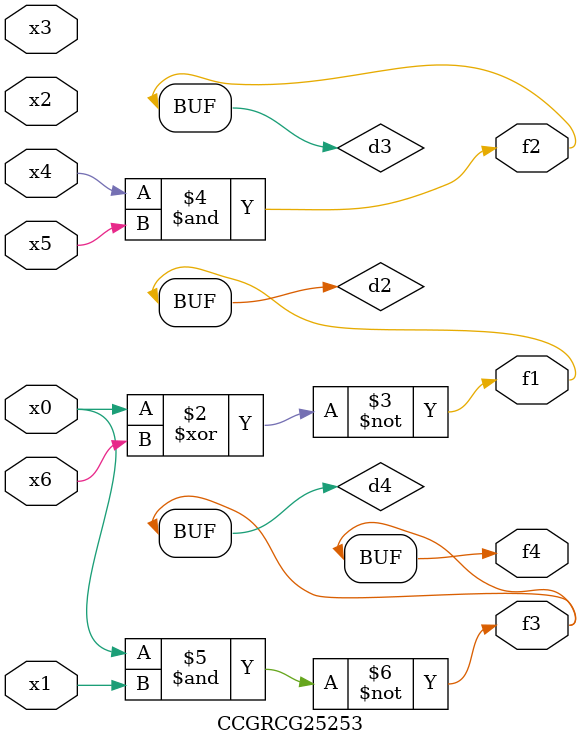
<source format=v>
module CCGRCG25253(
	input x0, x1, x2, x3, x4, x5, x6,
	output f1, f2, f3, f4
);

	wire d1, d2, d3, d4;

	nor (d1, x0);
	xnor (d2, x0, x6);
	and (d3, x4, x5);
	nand (d4, x0, x1);
	assign f1 = d2;
	assign f2 = d3;
	assign f3 = d4;
	assign f4 = d4;
endmodule

</source>
